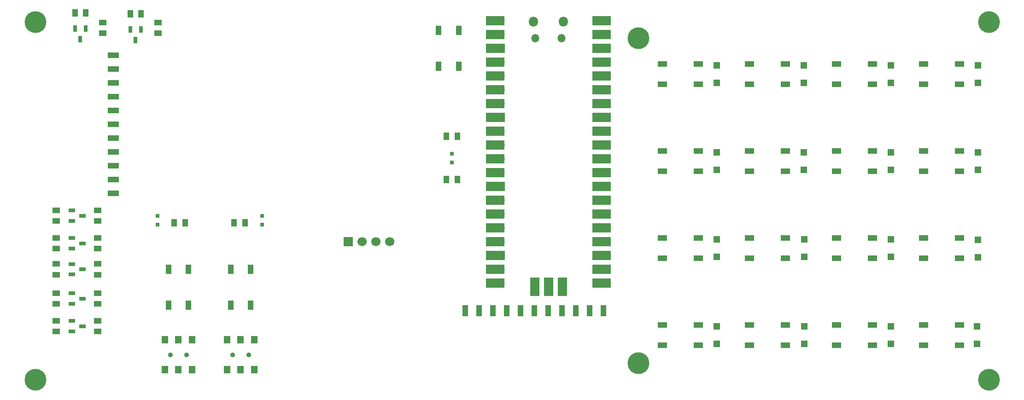
<source format=gbr>
%TF.GenerationSoftware,KiCad,Pcbnew,7.0.2-0*%
%TF.CreationDate,2023-12-08T09:20:59-06:00*%
%TF.ProjectId,CowPi-mk4b-natural,436f7750-692d-46d6-9b34-622d6e617475,mk4b*%
%TF.SameCoordinates,Original*%
%TF.FileFunction,Soldermask,Top*%
%TF.FilePolarity,Negative*%
%FSLAX46Y46*%
G04 Gerber Fmt 4.6, Leading zero omitted, Abs format (unit mm)*
G04 Created by KiCad (PCBNEW 7.0.2-0) date 2023-12-08 09:20:59*
%MOMM*%
%LPD*%
G01*
G04 APERTURE LIST*
%ADD10R,1.700000X1.000000*%
%ADD11O,1.800000X1.800000*%
%ADD12O,1.500000X1.500000*%
%ADD13O,1.700000X1.700000*%
%ADD14R,3.500000X1.700000*%
%ADD15R,1.700000X1.700000*%
%ADD16R,1.700000X3.500000*%
%ADD17R,1.250013X0.700000*%
%ADD18R,1.200000X1.200000*%
%ADD19C,4.000000*%
%ADD20R,1.377013X1.132537*%
%ADD21R,1.132537X1.377013*%
%ADD22C,0.900025*%
%ADD23R,1.200000X1.400000*%
%ADD24R,1.000000X1.700000*%
%ADD25R,0.700000X1.250013*%
%ADD26R,0.800000X0.800000*%
%ADD27R,1.000000X2.000000*%
%ADD28C,1.700000*%
%ADD29R,2.000000X1.000000*%
G04 APERTURE END LIST*
D10*
%TO.C,U15*%
X213770731Y-86162294D03*
X220370681Y-86162269D03*
X213770731Y-89862701D03*
X220370681Y-89862676D03*
%TD*%
D11*
%TO.C,U45*%
X142055000Y-62360000D03*
D12*
X142355000Y-65390000D03*
X147205000Y-65390000D03*
D11*
X147505000Y-62360000D03*
D13*
X135890000Y-62230000D03*
D14*
X134990000Y-62230000D03*
D13*
X135890000Y-64770000D03*
D14*
X134990000Y-64770000D03*
D15*
X135890000Y-67310000D03*
D14*
X134990000Y-67310000D03*
D13*
X135890000Y-69850000D03*
D14*
X134990000Y-69850000D03*
D13*
X135890000Y-72390000D03*
D14*
X134990000Y-72390000D03*
D13*
X135890000Y-74930000D03*
D14*
X134990000Y-74930000D03*
D13*
X135890000Y-77470000D03*
D14*
X134990000Y-77470000D03*
D15*
X135890000Y-80010000D03*
D14*
X134990000Y-80010000D03*
D13*
X135890000Y-82550000D03*
D14*
X134990000Y-82550000D03*
D13*
X135890000Y-85090000D03*
D14*
X134990000Y-85090000D03*
D13*
X135890000Y-87630000D03*
D14*
X134990000Y-87630000D03*
D13*
X135890000Y-90170000D03*
D14*
X134990000Y-90170000D03*
D15*
X135890000Y-92710000D03*
D14*
X134990000Y-92710000D03*
D13*
X135890000Y-95250000D03*
D14*
X134990000Y-95250000D03*
D13*
X135890000Y-97790000D03*
D14*
X134990000Y-97790000D03*
D13*
X135890000Y-100330000D03*
D14*
X134990000Y-100330000D03*
D13*
X135890000Y-102870000D03*
D14*
X134990000Y-102870000D03*
D15*
X135890000Y-105410000D03*
D14*
X134990000Y-105410000D03*
D13*
X135890000Y-107950000D03*
D14*
X134990000Y-107950000D03*
D13*
X135890000Y-110490000D03*
D14*
X134990000Y-110490000D03*
D13*
X153670000Y-110490000D03*
D14*
X154570000Y-110490000D03*
D13*
X153670000Y-107950000D03*
D14*
X154570000Y-107950000D03*
D15*
X153670000Y-105410000D03*
D14*
X154570000Y-105410000D03*
D13*
X153670000Y-102870000D03*
D14*
X154570000Y-102870000D03*
D13*
X153670000Y-100330000D03*
D14*
X154570000Y-100330000D03*
D13*
X153670000Y-97790000D03*
D14*
X154570000Y-97790000D03*
D13*
X153670000Y-95250000D03*
D14*
X154570000Y-95250000D03*
D15*
X153670000Y-92710000D03*
D14*
X154570000Y-92710000D03*
D13*
X153670000Y-90170000D03*
D14*
X154570000Y-90170000D03*
D13*
X153670000Y-87630000D03*
D14*
X154570000Y-87630000D03*
D13*
X153670000Y-85090000D03*
D14*
X154570000Y-85090000D03*
D13*
X153670000Y-82550000D03*
D14*
X154570000Y-82550000D03*
D15*
X153670000Y-80010000D03*
D14*
X154570000Y-80010000D03*
D13*
X153670000Y-77470000D03*
D14*
X154570000Y-77470000D03*
D13*
X153670000Y-74930000D03*
D14*
X154570000Y-74930000D03*
D13*
X153670000Y-72390000D03*
D14*
X154570000Y-72390000D03*
D13*
X153670000Y-69850000D03*
D14*
X154570000Y-69850000D03*
D15*
X153670000Y-67310000D03*
D14*
X154570000Y-67310000D03*
D13*
X153670000Y-64770000D03*
D14*
X154570000Y-64770000D03*
D13*
X153670000Y-62230000D03*
D14*
X154570000Y-62230000D03*
D13*
X142240000Y-110260000D03*
D16*
X142240000Y-111160000D03*
D15*
X144780000Y-110260000D03*
D16*
X144780000Y-111160000D03*
D13*
X147320000Y-110260000D03*
D16*
X147320000Y-111160000D03*
%TD*%
D17*
%TO.C,U42*%
X57150000Y-106950000D03*
X57150000Y-108849924D03*
X59150000Y-107899962D03*
%TD*%
D10*
%TO.C,U7*%
X213770731Y-70162294D03*
X220370681Y-70162269D03*
X213770731Y-73862701D03*
X220370681Y-73862676D03*
%TD*%
D18*
%TO.C,U31*%
X223520000Y-121612561D03*
X223520000Y-118412409D03*
%TD*%
%TO.C,U16*%
X175690706Y-89612561D03*
X175690706Y-86412409D03*
%TD*%
%TO.C,U8*%
X223690706Y-73612561D03*
X223690706Y-70412409D03*
%TD*%
D19*
%TO.C,H4*%
X225720656Y-62442701D03*
%TD*%
D20*
%TO.C,R17*%
X54340000Y-99060000D03*
X54340000Y-97060000D03*
%TD*%
%TO.C,R1*%
X54340000Y-119380000D03*
X54340000Y-117380000D03*
%TD*%
D21*
%TO.C,R13*%
X57740038Y-60799981D03*
X59740038Y-60799981D03*
%TD*%
D20*
%TO.C,R18*%
X61960000Y-97060000D03*
X61960000Y-99060000D03*
%TD*%
D21*
%TO.C,R15*%
X67900038Y-60960000D03*
X69900038Y-60960000D03*
%TD*%
D18*
%TO.C,U12*%
X207690706Y-89612561D03*
X207690706Y-86412409D03*
%TD*%
D19*
%TO.C,H1*%
X50460656Y-128212701D03*
%TD*%
D10*
%TO.C,U17*%
X165770731Y-102162294D03*
X172370681Y-102162269D03*
X165770731Y-105862701D03*
X172370681Y-105862676D03*
%TD*%
D22*
%TO.C,U35*%
X75280318Y-123652650D03*
X78280318Y-123652650D03*
D23*
X74280318Y-126402714D03*
X76780191Y-126402714D03*
X79280064Y-126402714D03*
X74280318Y-120902586D03*
X76780191Y-120902586D03*
X79280064Y-120902586D03*
%TD*%
D24*
%TO.C,U34*%
X90060382Y-107920012D03*
X90060407Y-114519962D03*
X86359975Y-107920012D03*
X86360000Y-114519962D03*
%TD*%
D10*
%TO.C,U13*%
X197770731Y-86162294D03*
X204370681Y-86162269D03*
X197770731Y-89862701D03*
X204370681Y-89862676D03*
%TD*%
D21*
%TO.C,R10*%
X75976998Y-99378658D03*
X77976998Y-99378658D03*
%TD*%
D25*
%TO.C,U46*%
X59690000Y-63609981D03*
X57790076Y-63609981D03*
X58740038Y-65609981D03*
%TD*%
D10*
%TO.C,U26*%
X197770731Y-118162294D03*
X204370681Y-118162269D03*
X197770731Y-121862701D03*
X204370681Y-121862676D03*
%TD*%
D17*
%TO.C,U48*%
X57150000Y-97110038D03*
X57150000Y-99009962D03*
X59150000Y-98060000D03*
%TD*%
D10*
%TO.C,U9*%
X165770731Y-86162294D03*
X172370681Y-86162269D03*
X165770731Y-89862701D03*
X172370681Y-89862676D03*
%TD*%
D20*
%TO.C,R3*%
X54340000Y-114300000D03*
X54340000Y-112300000D03*
%TD*%
D10*
%TO.C,U18*%
X165770731Y-118162294D03*
X172370681Y-118162269D03*
X165770731Y-121862701D03*
X172370681Y-121862676D03*
%TD*%
D25*
%TO.C,U47*%
X69850000Y-63770000D03*
X67950076Y-63770000D03*
X68900038Y-65770000D03*
%TD*%
D18*
%TO.C,U6*%
X207690706Y-73612561D03*
X207690706Y-70412409D03*
%TD*%
D19*
%TO.C,H3*%
X50460656Y-62442701D03*
%TD*%
D10*
%TO.C,U22*%
X181770731Y-118162294D03*
X188370681Y-118162269D03*
X181770731Y-121862701D03*
X188370681Y-121862676D03*
%TD*%
D24*
%TO.C,U33*%
X78630382Y-107920012D03*
X78630407Y-114519962D03*
X74929975Y-107920012D03*
X74930000Y-114519962D03*
%TD*%
D26*
%TO.C,LED2*%
X72965886Y-98108658D03*
X72972744Y-99707592D03*
%TD*%
D20*
%TO.C,R8*%
X61960000Y-102140000D03*
X61960000Y-104140000D03*
%TD*%
D18*
%TO.C,U14*%
X191690706Y-89612561D03*
X191690706Y-86412409D03*
%TD*%
%TO.C,U20*%
X175690706Y-121612561D03*
X175690706Y-118412409D03*
%TD*%
D21*
%TO.C,R9*%
X126013056Y-83440000D03*
X128013056Y-83440000D03*
%TD*%
D20*
%TO.C,R16*%
X73010038Y-64500000D03*
X73010038Y-62500000D03*
%TD*%
D10*
%TO.C,U3*%
X181770731Y-70162294D03*
X188370681Y-70162269D03*
X181770731Y-73862701D03*
X188370681Y-73862676D03*
%TD*%
D24*
%TO.C,U37*%
X128269975Y-64010012D03*
X128270000Y-70609962D03*
X124569568Y-64010012D03*
X124569593Y-70609962D03*
%TD*%
D10*
%TO.C,U1*%
X165770731Y-70162294D03*
X172370681Y-70162269D03*
X165770731Y-73862701D03*
X172370681Y-73862676D03*
%TD*%
D17*
%TO.C,U40*%
X57150000Y-117430038D03*
X57150000Y-119329962D03*
X59150000Y-118380000D03*
%TD*%
D20*
%TO.C,R4*%
X61960000Y-112300000D03*
X61960000Y-114300000D03*
%TD*%
D27*
%TO.C,U38*%
X129501900Y-115531115D03*
X132041905Y-115531115D03*
X134581910Y-115531115D03*
X137121915Y-115531115D03*
X139661920Y-115531115D03*
X142201925Y-115531115D03*
X144741930Y-115531115D03*
X147281935Y-115531115D03*
X149821940Y-115531115D03*
X152361945Y-115531115D03*
X154901950Y-115531115D03*
%TD*%
D10*
%TO.C,U5*%
X197770731Y-70162294D03*
X204370681Y-70162269D03*
X197770731Y-73862701D03*
X204370681Y-73862676D03*
%TD*%
D20*
%TO.C,R7*%
X54340000Y-104140000D03*
X54340000Y-102140000D03*
%TD*%
D18*
%TO.C,U10*%
X223690706Y-89612561D03*
X223690706Y-86412409D03*
%TD*%
D26*
%TO.C,LED3*%
X92118842Y-98109191D03*
X92125700Y-99708125D03*
%TD*%
D21*
%TO.C,R12*%
X128013056Y-91440000D03*
X126013056Y-91440000D03*
%TD*%
D18*
%TO.C,U4*%
X191690706Y-73612561D03*
X191690706Y-70412409D03*
%TD*%
D20*
%TO.C,R6*%
X61960000Y-106899962D03*
X61960000Y-108899962D03*
%TD*%
D10*
%TO.C,U30*%
X213770731Y-118162294D03*
X220370681Y-118162269D03*
X213770731Y-121862701D03*
X220370681Y-121862676D03*
%TD*%
%TO.C,U11*%
X181770731Y-86162294D03*
X188370681Y-86162269D03*
X181770731Y-89862701D03*
X188370681Y-89862676D03*
%TD*%
D20*
%TO.C,R14*%
X62870076Y-64500000D03*
X62870076Y-62500000D03*
%TD*%
D19*
%TO.C,H6*%
X161290000Y-125212701D03*
%TD*%
D20*
%TO.C,R5*%
X54340000Y-108899962D03*
X54340000Y-106899962D03*
%TD*%
D19*
%TO.C,H5*%
X161290000Y-65442701D03*
%TD*%
D15*
%TO.C,J1*%
X107949984Y-102870000D03*
D28*
X110489989Y-102870000D03*
X113029995Y-102870000D03*
X115570000Y-102870000D03*
%TD*%
D18*
%TO.C,U19*%
X175690706Y-105612561D03*
X175690706Y-102412409D03*
%TD*%
D21*
%TO.C,R11*%
X89013383Y-99378658D03*
X87013383Y-99378658D03*
%TD*%
D20*
%TO.C,R2*%
X61960000Y-117380000D03*
X61960000Y-119380000D03*
%TD*%
D19*
%TO.C,H2*%
X225720656Y-128212701D03*
%TD*%
D26*
%TO.C,LED1*%
X127016485Y-88239467D03*
X127009627Y-86640533D03*
%TD*%
D18*
%TO.C,U24*%
X191770000Y-105612561D03*
X191770000Y-102412409D03*
%TD*%
%TO.C,U23*%
X191770000Y-121612561D03*
X191770000Y-118412409D03*
%TD*%
D17*
%TO.C,U41*%
X57150000Y-112350038D03*
X57150000Y-114249962D03*
X59150000Y-113300000D03*
%TD*%
D18*
%TO.C,U2*%
X175690706Y-73612561D03*
X175690706Y-70412409D03*
%TD*%
D10*
%TO.C,U25*%
X197770731Y-102162294D03*
X204370681Y-102162269D03*
X197770731Y-105862701D03*
X204370681Y-105862676D03*
%TD*%
D22*
%TO.C,U36*%
X86710318Y-123652650D03*
X89710318Y-123652650D03*
D23*
X85710318Y-126402714D03*
X88210191Y-126402714D03*
X90710064Y-126402714D03*
X85710318Y-120902586D03*
X88210191Y-120902586D03*
X90710064Y-120902586D03*
%TD*%
D10*
%TO.C,U21*%
X181770731Y-102162294D03*
X188370681Y-102162269D03*
X181770731Y-105862701D03*
X188370681Y-105862676D03*
%TD*%
D18*
%TO.C,U27*%
X207690706Y-105612561D03*
X207690706Y-102412409D03*
%TD*%
%TO.C,U28*%
X207690706Y-121612561D03*
X207690706Y-118412409D03*
%TD*%
%TO.C,U32*%
X223690706Y-105740076D03*
X223690706Y-102539924D03*
%TD*%
D29*
%TO.C,U39*%
X64770000Y-68579985D03*
X64770000Y-71119990D03*
X64770000Y-73659995D03*
X64770000Y-76200000D03*
X64770000Y-78740005D03*
X64770000Y-81280010D03*
X64770000Y-83820015D03*
X64770000Y-86360020D03*
X64770000Y-88900025D03*
X64770000Y-91440030D03*
X64770000Y-93980035D03*
%TD*%
D10*
%TO.C,U29*%
X213770731Y-102162294D03*
X220370681Y-102162269D03*
X213770731Y-105862701D03*
X220370681Y-105862676D03*
%TD*%
D17*
%TO.C,U43*%
X57150000Y-102190038D03*
X57150000Y-104089962D03*
X59150000Y-103140000D03*
%TD*%
M02*

</source>
